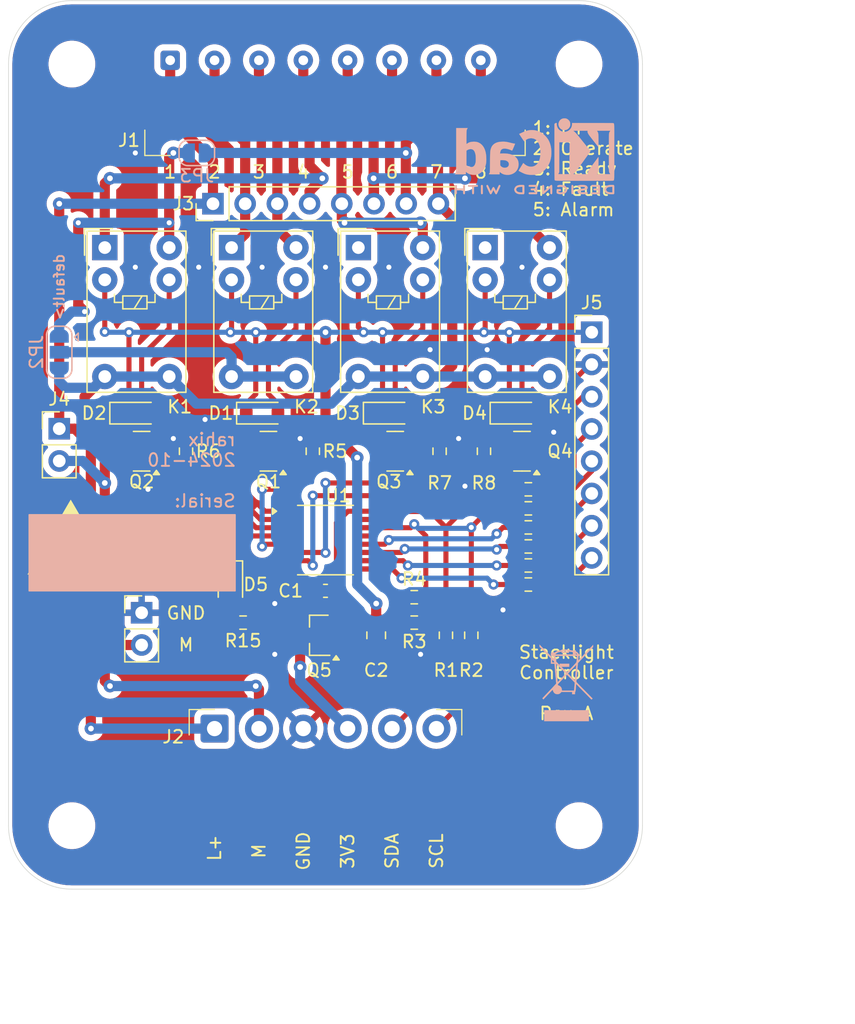
<source format=kicad_pcb>
(kicad_pcb (version 20240108) (generator "pcbnew") (generator_version "8.0")
  (layers (0 "F.Cu" signal) (31 "B.Cu" signal) (34 "B.Paste" user) (35 "F.Paste" user) (36 "B.SilkS" user "B.Silkscreen") (37 "F.SilkS" user "F.Silkscreen") (38 "B.Mask" user) (39 "F.Mask" user) (44 "Edge.Cuts" user))
  (net 0 "")
  (net 1 "+3.3V")
  (net 2 "GND")
  (net 3 "Net-(D1-A)")
  (net 4 "Net-(D2-A)")
  (net 5 "Net-(D3-A)")
  (net 6 "Net-(D4-A)")
  (net 7 "Stacklight Alarm")
  (net 8 "Stacklight \"Fault\"")
  (net 9 "Stacklight \"Ready\"")
  (net 10 "Stacklight Extra")
  (net 11 "Stacklight \"Operate\"")
  (net 12 "GND1")
  (net 13 "Net-(J2-Pin_5)")
  (net 14 "Net-(J2-Pin_6)")
  (net 15 "SCL")
  (net 18 "IO_MODE_READY")
  (net 19 "~{IO_FAULT}")
  (net 20 "IO_ALARM")
  (net 21 "IO_EXTRA")
  (net 22 "+24V")
  (net 23 "Stacklight Reserve 1")
  (net 24 "Net-(J2-Pin_4)")
  (net 25 "Net-(J5-Pin_4)")
  (net 26 "Net-(J5-Pin_5)")
  (net 27 "Net-(J5-Pin_8)")
  (net 28 "Net-(J5-Pin_7)")
  (net 29 "Net-(J5-Pin_6)")
  (net 30 "Net-(J5-Pin_3)")
  (net 31 "Net-(JP2-A)")
  (net 32 "Net-(JP2-C)")
  (net 33 "IO_UNUSED1")
  (net 34 "IO_UNUSED2")
  (net 35 "IO_UNUSED3")
  (net 36 "IO_UNUSED4")
  (net 38 "SDA")
  (net 39 "Net-(D5-A)")
  (footprint "MountingHole:MountingHole_3.2mm_M3" (layer "F.Cu") (at 130 70)
    (property "Reference" "H1" (hide yes))
    (property "Value" "MountingHole")
  )
  (footprint "0_Local_Library:Phoenix_PTSA_1,5_8-3,5-F" (layer "F.Cu") (at 137.75 69.7)
    (property "Reference" "J1")
    (property "Value" "Phoenix Contact PTSA 1,5/8-3,5-F")
  )
  (footprint "Resistor_SMD:R_0603_1608Metric_Pad0.98x0.95mm_HandSolder" (layer "F.Cu") (at 166 106.5)
    (property "Reference" "R11" (hide yes))
    (property "Value" "0")
  )
  (footprint "Connector_PinHeader_2.54mm:PinHeader_1x02_P2.54mm_Vertical" (layer "F.Cu") (at 129 98.725)
    (property "Reference" "J4")
    (property "Value" "Conn_01x02")
  )
  (footprint "Symbol:ESD-Logo_6.6x6mm_SilkScreen" (layer "F.Cu") (at 129.75 107.25)
    (property "Reference" "REF**" (hide yes))
    (property "Value" "ESD-Logo_6.6x6mm_SilkScreen" (hide yes))
  )
  (footprint "Resistor_SMD:R_0603_1608Metric_Pad0.98x0.95mm_HandSolder" (layer "F.Cu") (at 166 109.5)
    (property "Reference" "R13" (hide yes))
    (property "Value" "0")
  )
  (footprint "MountingHole:MountingHole_3.2mm_M3" (layer "F.Cu") (at 130 130)
    (property "Reference" "H3" (hide yes))
    (property "Value" "MountingHole")
  )
  (footprint "Package_TO_SOT_SMD:SOT-23_Handsoldering" (layer "F.Cu") (at 149.5 115 180)
    (property "Reference" "Q5")
    (property "Value" "DMP3098L-7")
  )
  (footprint "Relay_THT:Relay_SPDT_Omron_G5V-1" (layer "F.Cu") (at 162.5925 84.455)
    (property "Reference" "K4")
    (property "Value" "G5V-1")
  )
  (footprint "Package_TO_SOT_SMD:SOT-23" (layer "F.Cu") (at 155.5 100.5 180)
    (property "Reference" "Q3")
    (property "Value" "2N7002")
  )
  (footprint "Diode_SMD:D_SOD-323_HandSoldering" (layer "F.Cu") (at 135 97.5)
    (property "Reference" "D2")
    (property "Value" "1N4148WS")
  )
  (footprint "Package_TO_SOT_SMD:SOT-23" (layer "F.Cu") (at 165.5 100.5 180)
    (property "Reference" "Q4")
    (property "Value" "2N7002")
  )
  (footprint "Package_SO:TSSOP-16_4.4x5mm_P0.65mm" (layer "F.Cu") (at 150 107.5)
    (property "Reference" "U1")
    (property "Value" "PCA9554PW")
  )
  (footprint "Relay_THT:Relay_SPDT_Omron_G5V-1" (layer "F.Cu") (at 132.5925 84.455)
    (property "Reference" "K1")
    (property "Value" "G5V-1")
  )
  (footprint "LED_SMD:LED_0805_2012Metric_Pad1.15x1.40mm_HandSolder" (layer "F.Cu") (at 142.5 111 -90)
    (property "Reference" "D5")
    (property "Value" "Green")
  )
  (footprint "MountingHole:MountingHole_3.2mm_M3" (layer "F.Cu") (at 170 130)
    (property "Reference" "H4" (hide yes))
    (property "Value" "MountingHole")
  )
  (footprint "Resistor_SMD:R_0603_1608Metric_Pad0.98x0.95mm_HandSolder" (layer "F.Cu") (at 139 100.5 90)
    (property "Reference" "R6")
    (property "Value" "10k")
  )
  (footprint "Capacitor_SMD:C_0805_2012Metric_Pad1.18x1.45mm_HandSolder" (layer "F.Cu") (at 154 115 -90)
    (property "Reference" "C2")
    (property "Value" "1u")
  )
  (footprint "Resistor_SMD:R_0603_1608Metric_Pad0.98x0.95mm_HandSolder" (layer "F.Cu") (at 159.5 115 90)
    (property "Reference" "R1")
    (property "Value" "100")
  )
  (footprint "Capacitor_SMD:C_0603_1608Metric_Pad1.08x0.95mm_HandSolder" (layer "F.Cu") (at 150 111.5 180)
    (property "Reference" "C1")
    (property "Value" "100n")
  )
  (footprint "Connector_PinHeader_2.54mm:PinHeader_1x02_P2.54mm_Vertical" (layer "F.Cu") (at 135.5 113.225)
    (property "Reference" "JP1")
    (property "Value" "Jumper_2_Open")
  )
  (footprint "Package_TO_SOT_SMD:SOT-23" (layer "F.Cu") (at 135.5 100.5 180)
    (property "Reference" "Q2")
    (property "Value" "2N7002")
  )
  (footprint "0_Local_Library:WAGO_2091-1356" (layer "F.Cu") (at 141.25 122.35)
    (property "Reference" "J2")
    (property "Value" "WAGO 2091-1356")
  )
  (footprint "Diode_SMD:D_SOD-323_HandSoldering" (layer "F.Cu") (at 155 97.5)
    (property "Reference" "D3")
    (property "Value" "1N4148WS")
  )
  (footprint "Diode_SMD:D_SOD-323_HandSoldering" (layer "F.Cu") (at 145 97.5)
    (property "Reference" "D1")
    (property "Value" "1N4148WS")
  )
  (footprint "Resistor_SMD:R_0603_1608Metric_Pad0.98x0.95mm_HandSolder" (layer "F.Cu") (at 157 114)
    (property "Reference" "R3")
    (property "Value" "10k")
  )
  (footprint "Resistor_SMD:R_0603_1608Metric_Pad0.98x0.95mm_HandSolder" (layer "F.Cu") (at 166 111)
    (property "Reference" "R14" (hide yes))
    (property "Value" "0")
  )
  (footprint "Resistor_SMD:R_0603_1608Metric_Pad0.98x0.95mm_HandSolder" (layer "F.Cu") (at 157 112)
    (property "Reference" "R4")
    (property "Value" "10k")
  )
  (footprint "Relay_THT:Relay_SPDT_Omron_G5V-1" (layer "F.Cu") (at 142.5925 84.455)
    (property "Reference" "K2")
    (property "Value" "G5V-1")
  )
  (footprint "Resistor_SMD:R_0603_1608Metric_Pad0.98x0.95mm_HandSolder" (layer "F.Cu") (at 166 103.5)
    (property "Reference" "R9" (hide yes))
    (property "Value" "0")
  )
  (footprint "MountingHole:MountingHole_3.2mm_M3" (layer "F.Cu") (at 170 70)
    (property "Reference" "H2" (hide yes))
    (property "Value" "MountingHole")
  )
  (footprint "Connector_PinHeader_2.54mm:PinHeader_1x08_P2.54mm_Vertical" (layer "F.Cu") (at 171 91.125)
    (property "Reference" "J5")
    (property "Value" "Conn_01x08")
  )
  (footprint "Resistor_SMD:R_0603_1608Metric_Pad0.98x0.95mm_HandSolder" (layer "F.Cu") (at 161.5 115 90)
    (property "Reference" "R2")
    (property "Value" "100")
  )
  (footprint "Resistor_SMD:R_0603_1608Metric_Pad0.98x0.95mm_HandSolder" (layer "F.Cu") (at 159 100.5 90)
    (property "Reference" "R7")
    (property "Value" "10k")
  )
  (footprint "Diode_SMD:D_SOD-323_HandSoldering" (layer "F.Cu") (at 165 97.5)
    (property "Reference" "D4")
    (property "Value" "1N4148WS")
  )
  (footprint "Resistor_SMD:R_0603_1608Metric_Pad0.98x0.95mm_HandSolder" (layer "F.Cu") (at 149 100.5 90)
    (property "Reference" "R5")
    (property "Value" "10k")
  )
  (footprint "Resistor_SMD:R_0603_1608Metric_Pad0.98x0.95mm_HandSolder" (layer "F.Cu") (at 166 105)
    (property "Reference" "R10" (hide yes))
    (property "Value" "0")
  )
  (footprint "Connector_PinHeader_2.54mm:PinHeader_1x08_P2.54mm_Vertical" (layer "F.Cu") (at 141.125 81 90)
    (property "Reference" "J3")
    (property "Value" "Conn_01x08" (hide yes))
  )
  (footprint "Resistor_SMD:R_0603_1608Metric_Pad0.98x0.95mm_HandSolder" (layer "F.Cu") (at 143.5 114 180)
    (property "Reference" "R15")
    (property "Value" "1.5k")
  )
  (footprint "Resistor_SMD:R_0603_1608Metric_Pad0.98x0.95mm_HandSolder" (layer "F.Cu") (at 162.5 100.5 90)
    (property "Reference" "R8")
    (property "Value" "10k")
  )
  (footprint "Resistor_SMD:R_0603_1608Metric_Pad0.98x0.95mm_HandSolder" (layer "F.Cu") (at 166 108)
    (property "Reference" "R12" (hide yes))
    (property "Value" "0")
  )
  (footprint "Package_TO_SOT_SMD:SOT-23" (layer "F.Cu") (at 145.5 100.5 180)
    (property "Reference" "Q1")
    (property "Value" "2N7002")
  )
  (footprint "Relay_THT:Relay_SPDT_Omron_G5V-1" (layer "F.Cu") (at 152.5925 84.455)
    (property "Reference" "K3")
    (property "Value" "G5V-1")
  )
  (footprint "Jumper:SolderJumper-3_P1.3mm_Open_RoundedPad1.0x1.5mm" (layer "B.Cu") (at 129 92.7 -90)
    (property "Reference" "JP2")
    (property "Value" "SolderJumper_3_Bridged12")
  )
  (footprint "Symbol:WEEE-Logo_4.2x6mm_SilkScreen" (layer "B.Cu") (at 169 118.75 180)
    (property "Reference" "REF**" (hide yes))
    (property "Value" "WEEE-Logo_4.2x6mm_SilkScreen" (hide yes))
  )
  (footprint "Jumper:SolderJumper-2_P1.3mm_Open_RoundedPad1.0x1.5mm" (layer "B.Cu") (at 139.85 77)
    (property "Reference" "JP3")
    (property "Value" "SolderJumper_2_Open")
  )
  (footprint "Symbol:KiCad-Logo2_5mm_SilkScreen" (layer "B.Cu") (at 166.5 77.25 180)
    (property "Reference" "REF**" (hide yes))
    (property "Value" "KiCad-Logo2_5mm_SilkScreen" (hide yes))
  )
  (gr_rect (start 126.625 105.5) (end 142.875 111.5) (stroke (width 0.1)) (fill solid) (layer "B.SilkS"))
  (gr_arc (start 175 130) (mid 173.535534 133.535534) (end 170 135) (stroke (width 0.05)) (layer "Edge.Cuts"))
  (gr_line (start 130 135) (end 170 135) (stroke (width 0.05)) (layer "Edge.Cuts"))
  (gr_line (start 170 65) (end 130 65) (stroke (width 0.05)) (layer "Edge.Cuts"))
  (gr_arc (start 125 70) (mid 126.464466 66.464466) (end 130 65) (stroke (width 0.05)) (layer "Edge.Cuts"))
  (gr_arc (start 130 135) (mid 126.464466 133.535534) (end 125 130) (stroke (width 0.05)) (layer "Edge.Cuts"))
  (gr_line (start 175 130) (end 175 70) (stroke (width 0.05)) (layer "Edge.Cuts"))
  (gr_line (start 125 70) (end 125 130) (stroke (width 0.05)) (layer "Edge.Cuts"))
  (gr_arc (start 170 65) (mid 173.535534 66.464466) (end 175 70) (stroke (width 0.05)) (layer "Edge.Cuts"))
  (gr_text "default>" (at 129 90.25 90) (layer "B.SilkS") (effects (font (size 0.8 0.8)) (justify right mirror)))
  (gr_text "rahix\n2024-10\n\nSerial:" (at 143 105 0) (layer "B.SilkS") (effects (font (size 1 1)) (justify left bottom mirror)))
  (gr_text "4" (at 148.25 78.5 0) (layer "F.SilkS") (effects (font (size 1 1))))
  (gr_text "SDA" (at 155.25 132 90) (layer "F.SilkS") (effects (font (size 1 1))))
  (gr_text "8" (at 162.25 78.5 0) (layer "F.SilkS") (effects (font (size 1 1))))
  (gr_text "3" (at 144.75 78.5 0) (layer "F.SilkS") (effects (font (size 1 1))))
  (gr_text "GND" (at 148.25 132 90) (layer "F.SilkS") (effects (font (size 1 1))))
  (gr_text "M" (at 139 115.75 0) (layer "F.SilkS") (effects (font (size 1 1))))
  (gr_text "7" (at 158.75 78.5 0) (layer "F.SilkS") (effects (font (size 1 1))))
  (gr_text "Stacklight\nController\n\nRev A" (at 169 118.75 0) (layer "F.SilkS") (effects (font (size 1 1))))
  (gr_text "2" (at 141.25 78.5 0) (layer "F.SilkS") (effects (font (size 1 1))))
  (gr_text "6" (at 155.25 78.5 0) (layer "F.SilkS") (effects (font (size 1 1))))
  (gr_text "1" (at 137.75 78.5 0) (layer "F.SilkS") (effects (font (size 1 1))))
  (gr_text "M" (at 144.75 132 90) (layer "F.SilkS") (effects (font (size 1 1))))
  (gr_text "GND" (at 139 113.25 0) (layer "F.SilkS") (effects (font (size 1 1))))
  (gr_text "3V3" (at 151.75 132 90) (layer "F.SilkS") (effects (font (size 1 1))))
  (gr_text "1: L+\n2: Operate\n3: Ready\n4: Fault\n5: Alarm" (at 166.25 78.25 0) (layer "F.SilkS") (effects (font (size 1 1)) (justify left)))
  (gr_text "5" (at 151.75 78.5 0) (layer "F.SilkS") (effects (font (size 1 1))))
  (gr_text "L+" (at 141.25 131.75 90) (layer "F.SilkS") (effects (font (size 1 1))))
  (gr_text "SCL" (at 158.75 132 90) (layer "F.SilkS") (effects (font (size 1 1))))
  (segment (start 142.5925 91.0325) (end 142.5 91.125) (width 0.4) (layer "F.Cu") (net 1))
  (segment (start 152.5925 90.7175) (end 153 91.125) (width 0.4) (layer "F.Cu") (net 1))
  (segment (start 146.55 114.05) (end 146.5 114) (width 0.4) (layer "F.Cu") (net 1))
  (segment (start 150.8625 113.9125) (end 151 114.05) (width 0.4) (layer "F.Cu") (net 1))
  (segment (start 151.775 105.225) (end 150.8625 106.1375) (width 0.4) (layer "F.Cu") (net 1))
  (segment (start 152.95 114.05) (end 151 114.05) (width 0.8) (layer "F.Cu") (net 1))
  (segment (start 142.5925 86.995) (end 142.5925 91.0325) (width 0.4) (layer "F.Cu") (net 1))
  (segment (start 153.75 96.75) (end 154.5 96) (width 0.4) (layer "F.Cu") (net 1))
  (segment (start 163.75 96.75) (end 164.5 96) (width 0.4) (layer "F.Cu") (net 1))
  (segment (start 150 98.5) (end 150 91.125) (width 0.8) (layer "F.Cu") (net 1))
  (segment (start 143.75 97.5) (end 143.75 96.75) (width 0.4) (layer "F.Cu") (net 1))
  (segment (start 143.75 96.75) (end 144.5 96) (width 0.4) (layer "F.Cu") (net 1))
  (segment (start 154.0375 114) (end 154 113.9625) (width 0.4) (layer "F.Cu") (net 1))
  (segment (start 146.5 114) (end 144.4125 114) (width 0.4) (layer "F.Cu") (net 1))
  (segment (start 153.0375 113.9625) (end 152.95 114.05) (width 0.8) (layer "F.Cu") (net 1))
  (segment (start 150.8625 111.5) (end 150.8625 113.9125) (width 0.4) (layer "F.Cu") (net 1))
  (segment (start 134.5 91.125) (end 134.5 96) (width 0.4) (layer "F.Cu") (net 1))
  (segment (start 163.75 97.5) (end 163.75 96.75) (width 0.4) (layer "F.Cu") (net 1))
  (segment (start 154.5 96) (end 154.5 91.125) (width 0.4) (layer "F.Cu") (net 1))
  (segment (start 162.5925 86.995) (end 162.5925 91.0325) (width 0.4) (layer "F.Cu") (net 1))
  (segment (start 150.8625 106.1375) (end 150.8625 111.5) (width 0.4) (layer "F.Cu") (net 1))
  (segment (start 144.5 96) (end 144.5 91.125) (width 0.4) (layer "F.Cu") (net 1))
  (segment (start 152.5 101) (end 150 98.5) (width 0.8) (layer "F.Cu") (net 1))
  (segment (start 156.0875 112) (end 156.0875 114) (width 0.4) (layer "F.Cu") (net 1))
  (segment (start 152.5925 86.995) (end 152.5925 90.7175) (width 0.4) (layer "F.Cu") (net 1))
  (segment (start 133.75 96.75) (end 133.75 97.5) (width 0.4) (layer "F.Cu") (net 1))
  (segment (start 156.0875 114) (end 154.0375 114) (width 0.4) (layer "F.Cu") (net 1))
  (segment (start 153.9125 114.05) (end 154 113.9625) (width 0.4) (layer "F.Cu") (net 1))
  (segment (start 153.75 97.5) (end 153.75 96.75) (width 0.4) (layer "F.Cu") (net 1))
  (segment (start 164.5 96) (end 164.5 91.125) (width 0.4) (layer "F.Cu") (net 1))
  (segment (start 152.8625 105.225) (end 151.775 105.225) (width 0.4) (layer "F.Cu") (net 1))
  (segment (start 162.5925 91.0325) (end 162.5 91.125) (width 0.4) (layer "F.Cu") (net 1))
  (segment (start 154 113.9625) (end 153.0375 113.9625) (width 0.8) (layer "F.Cu") (net 1))
  (segment (start 134.5 96) (end 133.75 96.75) (width 0.4) (layer "F.Cu") (net 1))
  (segment (start 132.5925 91.0925) (end 132.5925 86.995) (width 0.4) (layer "F.Cu") (net 1))
  (segment (start 151 114.05) (end 146.55 114.05) (width 0.4) (layer "F.Cu") (net 1))
  (segment (start 154 113.9625) (end 154 112.5) (width 0.8) (layer "F.Cu") (net 1))
  (via (at 144.5 91.125) (size 0.8) (drill 0.4) (layers "F.Cu" "B.Cu") (net 1))
  (via (at 152.5 101) (size 1) (drill 0.45) (layers "F.Cu" "B.Cu") (net 1))
  (via (at 134.5 91.125) (size 0.8) (drill 0.4) (layers "F.Cu" "B.Cu") (net 1))
  (via (at 142.5 91.125) (size 0.8) (drill 0.4) (layers "F.Cu" "B.Cu") (net 1))
  (via (at 154 112.5) (size 1) (drill 0.45) (layers "F.Cu" "B.Cu") (net 1))
  (via (at 164.5 91.125) (size 0.8) (drill 0.4) (layers "F.Cu" "B.Cu") (net 1))
  (via (at 150 91.125) (size 1) (drill 0.45) (layers "F.Cu" "B.Cu") (net 1))
  (via (at 132.5925 91.0925) (size 0.8) (drill 0.4) (layers "F.Cu" "B.Cu") (net 1))
  (via (at 153 91.125) (size 0.8) (drill 0.4) (layers "F.Cu" "B.Cu") (net 1))
  (via (at 162.5 91.125) (size 0.8) (drill 0.4) (layers "F.Cu" "B.Cu") (net 1))
  (via (at 154.5 91.125) (size 0.8) (drill 0.4) (layers "F.Cu" "B.Cu") (net 1))
  (segment (start 134.5 91.125) (end 132.625 91.125) (width 0.4) (layer "B.Cu") (net 1))
  (segment (start 142.5 91.125) (end 144.5 91.125) (width 0.4) (layer "B.Cu") (net 1))
  (segment (start 164.5 91.125) (end 171 91.125) (width 0.4) (layer "B.Cu") (net 1))
  (segment (start 150 91.125) (end 153 91.125) (width 0.4) (layer "B.Cu") (net 1))
  (segment (start 152.5 111) (end 152.5 101) (width 0.8) (layer "B.Cu") (net 1))
  (segment (start 153 91.125) (end 154.5 91.125) (width 0.4) (layer "B.Cu") (net 1))
  (segment (start 134.5 91.125) (end 142.5 91.125) (width 0.4) (layer "B.Cu") (net 1))
  (segment (start 162.5 91.125) (end 164.5 91.125) (width 0.4) (layer "B.Cu") (net 1))
  (segment (start 132.625 91.125) (end 132.5925 91.0925) (width 0.4) (layer "B.Cu") (net 1))
  (segment (start 144.5 91.125) (end 150 91.125) (width 0.4) (layer "B.Cu") (net 1))
  (segment (start 154 112.5) (end 152.5 111) (width 0.8) (layer "B.Cu") (net 1))
  (segment (start 154.5 91.125) (end 162.5 91.125) (width 0.4) (layer "B.Cu") (net 1))
  (segment (start 144.525 106.525) (end 142.5 104.5) (width 0.4) (layer "F.Cu") (net 2))
  (segment (start 146.4375 99.55) (end 147.95 99.55) (width 0.4) (layer "F.Cu") (net 2))
  (segment (start 137.95 99.55) (end 138 99.5) (width 0.4) (layer "F.Cu") (net 2))
  (segment (start 148.0875 99.5875) (end 148 99.5) (width 0.4) (layer "F.Cu") (net 2))
  (segment (start 145.725 109.775) (end 145.5 110) (width 0.4) (layer "F.Cu") (net 2))
  (segment (start 168 99) (end 168 97) (width 0.4) (layer "F.Cu") (net 2))
  (segment (start 149 99.5875) (end 148.0875 99.5875) (width 0.4) (layer "F.Cu") (net 2))
  (segment (start 153.9125 115.95) (end 154 116.0375) (width 0.4) (layer "F.Cu") (net 2))
  (segment (start 147.1375 105.225) (end 145.225 105.225) (width 0.4) (layer "F.Cu") (net 2))
  (segment (start 136.4375 99.55) (end 137.95 99.55) (width 0.4) (layer "F.Cu") (net 2))
  (segment (start 170.835 93.665) (end 171 93.665) (width 0.4) (layer "F.Cu") (net 2))
  (segment (start 147.1375 106.525) (end 144.525 106.525) (width 0.4) (layer "F.Cu") (net 2))
  (segment (start 147.1375 109.775) (end 145.725 109.775) (width 0.4) (layer "F.Cu") (net 2))
  (segment (start 168 97) (end 169.5 95.5) (width 0.4) (layer "F.Cu") (net 2))
  (segment (start 151 119.6) (end 151 115.95) (width 0.4) (layer "F.Cu") (net 2))
  (segment (start 147.1375 105.875) (end 144.875 105.875) (width 0.4) (layer "F.Cu") (net 2))
  (segment (start 146 111.5) (end 149.1375 111.5) (width 0.4) (layer "F.Cu") (net 2))
  (segment (start 168 99) (end 167.45 99.55) (width 0.4) (layer "F.Cu") (net 2))
  (segment (start 160.5 99.5) (end 160.45 99.55) (width 0.4) (layer "F.Cu") (net 2))
  (segment (start 167.45 99.55) (end 166.4375 99.55) (width 0.4) (layer "F.Cu") (net 2))
  (segment (start 148.25 122.35) (end 151 119.6) (width 0.4) (layer "F.Cu") (net 2))
  (segment (start 145.225 105.225) (end 143.5 103.5) (width 0.4) (layer "F.Cu") (net 2))
  (segment (start 147.95 99.55) (end 148 99.5) (width 0.4) (layer "F.Cu") (net 2))
  (segment (start 169.5 95.5) (end 169.5 95) (width 0.4) (layer "F.Cu") (net 2))
  (segment (start 151 115.95) (end 153.9125 115.95) (width 0.4) (layer "F.Cu") (net 2))
  (segment (start 144.875 105.875) (end 143 104) (width 0.4) (layer "F.Cu") (net 2))
  (segment (start 145.5 111) (end 146 111.5) (width 0.4) (layer "F.Cu") (net 2))
  (segment (start 145.5 110) (end 145.5 111) (width 0.4) (layer "F.Cu") (net 2))
  (segment (start 169.5 95) (end 170.835 93.665) (width 0.4) (layer "F.Cu") (net 2))
  (via (at 138 99.5) (size 0.8) (drill 0.4) (layers "F.Cu" "B.Cu") (net 2))
  (via (at 146 112.5) (size 0.8) (drill 0.4) (layers "F.Cu" "B.Cu") (net 2))
  (via (at 135 86) (size 0.8) (drill 0.4) (layers "F.Cu" "B.Cu") (net 2))
  (via (at 158.25 92.5) (size 0.8) (drill 0.4) (layers "F.Cu" "B.Cu") (net 2))
  (via (at 150 86) (size 0.8) (drill 0.4) (layers "F.Cu" "B.Cu") (net 2))
  (via (at 168 99) (size 0.8) (drill 0.4) (layers "F.Cu" "B.Cu") (net 2))
  (via (at 140 86) (size 0.8) (drill 0.4) (layers "F.Cu" "B.Cu") (net 2))
  (via (at 146 116.5) (size 0.8) (drill 0.4) (layers "F.Cu" "B.Cu") (net 2))
  (via (at 160.5 99.5) (size 0.8) (drill 0.4) (layers "F.Cu" "B.Cu") (net 2))
  (via (at 162.75 92.5) (size 0.8) (drill 0.4) (layers "F.Cu" "B.Cu") (net 2))
  (via (at 136 103.5) (size 0.8) (drill 0.4) (layers "F.Cu" "B.Cu") (net 2))
  (via (at 165.5 86) (size 0.8) (drill 0.4) (layers "F.Cu" "B.Cu") (net 2))
  (via (at 145 86) (size 0.8) (drill 0.4) (layers "F.Cu" "B.Cu") (net 2))
  (via (at 148 99.5) (size 0.8) (drill 0.4) (layers "F.Cu" "B.Cu") (net 2))
  (via (at 140.5 98) (size 0.8) (drill 0.4) (layers "F.Cu" "B.Cu") (net 2))
  (via (at 164 113) (size 0.8) (drill 0.4) (layers "F.Cu" "B.Cu") (net 2))
  (via (at 157.5 116.5) (size 0.8) (drill 0.4) (layers "F.Cu" "B.Cu") (net 2))
  (via (at 155 86) (size 0.8) (drill 0.4) (layers "F.Cu" "B.Cu") (net 2))
  (via (at 135 77) (size 0.8) (drill 0.4) (layers "F.Cu" "B.Cu") (net 2))
  (via (at 161 103.25) (size 0.8) (drill 0.4) (layers "F.Cu" "B.Cu") (net 2))
  (segment (start 138 99.5) (end 148 99.5) (width 0.4) (layer "B.Cu") (net 2))
  (segment (start 148 99.5) (end 160.5 99.5) (width 0.4) (layer "B.Cu") (net 2))
  (segment (start 167.5 99.5) (end 168 99) (width 0.4) (layer "B.Cu") (net 2))
  (segment (start 163.5 99.5) (end 167.5 99.5) (width 0.4) (layer "B.Cu") (net 2))
  (segment (start 160.5 99.5) (end 163.5 99.5) (width 0.4) (layer "B.Cu") (net 2))
  (segment (start 146 98.5) (end 146.25 98.25) (width 0.4) (layer "F.Cu") (net 3))
  (segment (start 145.5 98.5) (end 146 98.5) (width 0.4) (layer "F.Cu") (net 3))
  (segment (start 146.25 96.75) (end 146.25 97.5) (width 0.4) (layer "F.Cu") (net 3))
  (segment (start 147.6725 90.8275) (end 145.5 93) (width 0.4) (layer "F.Cu") (net 3))
  (segment (start 145.5 96) (end 146.25 96.75) (width 0.4) (layer "F.Cu") (net 3))
  (segment (start 145.5 93) (end 145.5 96) (width 0.4) (layer "F.Cu") (net 3))
  (segment (start 144.5625 99.4375) (end 145.5 98.5) (width 0.4) (layer "F.Cu") (net 3))
  (segment (start 147.6725 86.995) (end 147.6725 90.8275) (width 0.4) (layer "F.Cu") (net 3))
  (segment (start 146.25 98.25) (end 146.25 97.5) (width 0.4) (layer "F.Cu") (net 3))
  (segment (start 144.5625 100.5) (end 144.5625 99.4375) (width 0.4) (layer "F.Cu") (net 3))
  (segment (start 134.5625 99.4375) (end 135.5 98.5) (width 0.4) (layer "F.Cu") (net 4))
  (segment (start 135.5 93) (end 135.5 96) (width 0.4) (layer "F.Cu") (net 4))
  (segment (start 135.5 98.5) (end 136 98.5) (width 0.4) (layer "F.Cu") (net 4))
  (segment (start 134.5625 100.5) (end 134.5625 99.4375) (width 0.4) (layer "F.Cu") (net 4))
  (segment (start 136.25 98.25) (end 136.25 97.5) (width 0.4) (layer "F.Cu") (net 4))
  (segment (start 137.6725 86.995) (end 137.6725 90.8275) (width 0.4) (layer "F.Cu") (net 4))
  (segment (start 136.25 96.75) (end 136.25 97.5) (width 0.4) (layer "F.Cu") (net 4))
  (segment (start 135.5 96) (end 136.25 96.75) (width 0.4) (layer "F.Cu") (net 4))
  (segment (start 136 98.5) (end 136.25 98.25) (width 0.4) (layer "F.Cu") (net 4))
  (segment (start 137.6725 90.8275) (end 135.5 93) (width 0.4) (layer "F.Cu") (net 4))
  (segment (start 157.6725 90.8275) (end 155.5 93) (width 0.4) (layer "F.Cu") (net 5))
  (segment (start 156.25 96.75) (end 156.25 97.5) (width 0.4) (layer "F.Cu") (net 5))
  (segment (start 155.5 98.5) (end 156 98.5) (width 0.4) (layer "F.Cu") (net 5))
  (segment (start 154.5625 100.5) (end 154.5625 99.4375) (width 0.4) (layer "F.Cu") (net 5))
  (segment (start 155.5 93) (end 155.5 96) (width 0.4) (layer "F.Cu") (net 5))
  (segment (start 154.5625 99.4375) (end 155.5 98.5) (width 0.4) (layer "F.Cu") (net 5))
  (segment (start 156 98.5) (end 156.25 98.25) (width 0.4) (layer "F.Cu") (net 5))
  (segment (start 156.25 98.25) (end 156.25 97.5) (width 0.4) (layer "F.Cu") (net 5))
  (segment (start 155.5 96) (end 156.25 96.75) (width 0.4) (layer "F.Cu") (net 5))
  (segment (start 157.6725 86.995) (end 157.6725 90.8275) (width 0.4) (layer "F.Cu") (net 5))
  (segment (start 166.21875 98.25) (end 166.21875 97.5) (width 0.4) (layer "F.Cu") (net 6))
  (segment (start 164.53125 100.5) (end 164.53125 99.4375) (width 0.4) (layer "F.Cu") (net 6))
  (segment (start 166.25 96.75) (end 166.25 97.5) (width 0.4) (layer "F.Cu") (net 6))
  (segment (start 167.6725 90.8275) (end 165.5 93) (width 0.4) (layer "F.Cu") (net 6))
  (segment (start 165.96875 98.5) (end 166.21875 98.25) (width 0.4) (layer "F.Cu") (net 6))
  (segment (start 165.46875 98.5) (end 165.96875 98.5) (width 0.4) (layer "F.Cu") (net 6))
  (segment (start 167.6725 86.995) (end 167.6725 90.8275) (width 0.4) (layer "F.Cu") (net 6))
  (segment (start 164.53125 99.4375) (end 165.46875 98.5) (width 0.4) (layer "F.Cu") (net 6))
  (segment (start 165.5 96) (end 166.25 96.75) (width 0.4) (layer "F.Cu") (net 6))
  (segment (start 165.5 93) (end 165.5 96) (width 0.4) (layer "F.Cu") (net 6))
  (segment (start 151.285 81) (end 151.285 82.285) (width 0.8) (layer "F.Cu") (net 7))
  (segment (start 151.75 73.25) (end 151.255 73.745) (width 0.8) (layer "F.Cu") (net 7))
  (segment (start 157.6725 84.455) (end 157.6725 82.6725) (width 0.8) (layer "F.Cu") (net 7))
  (segment (start 157.6725 82.6725) (end 157.5 82.5) (width 0.8) (layer "F.Cu") (net 7))
  (segment (start 151.255 73.745) (end 151.255 81) (width 0.8) (layer "F.Cu") (net 7))
  (segment (start 151.285 82.285) (end 151.5 82.5) (width 0.8) (layer "F.Cu") (net 7))
  (segment (start 151.75 69.7) (end 151.75 73.25) (width 0.8) (layer "F.Cu") (net 7))
  (via (at 151.5 82.5) (size 1) (drill 0.45) (layers "F.Cu" "B.Cu") (net 7))
  (via (at 157.5 82.5) (size 1) (drill 0.45) (layers "F.Cu" "B.Cu") (net 7))
  (segment (start 151.5 82.5) (end 157.5 82.5) (width 0.8) (layer "B.Cu") (net 7))
  (segment (start 148.25 73.25) (end 148.25 69.7) (width 0.8) (layer "F.Cu") (net 8))
  (segment (start 148.745 81) (end 148.745 80.005) (width 0.8) (layer "F.Cu") (net 8))
  (segment (start 132.5925 79.4075) (end 133 79) (width 0.8) (layer "F.Cu") (net 8))
  (segment (start 148.745 80.005) (end 149.75 79) (width 0.8) (layer "F.Cu") (net 8))
  (segment (start 132.5925 84.455) (end 132.5925 79.4075) (width 0.8) (layer "F.Cu") (net 8))
  (segment (start 148.745 73.745) (end 148.25 73.25) (width 0.8) (layer "F.Cu") (net 8))
  (segment (start 148.745 77.995) (end 148.745 73.745) (width 0.8) (layer "F.Cu") (net 8))
  (segment (start 149.75 79) (end 148.745 77.995) (width 0.8) (layer "F.Cu") (net 8))
  (via (at 149.75 79) (size 1) (drill 0.45) (layers "F.Cu" "B.Cu") (net 8))
  (via (at 133 79) (size 1) (drill 0.45) (layers "F.Cu" "B.Cu") (net 8))
  (segment (start 149.75 79) (end 133 79) (width 0.8) (layer "B.Cu") (net 8))
  (segment (start 146.205 81) (end 146.205 82.9875) (width 0.8) (layer "F.Cu") (net 9))
  (segment (start 146.205 82.9875) (end 147.6725 84.455) (width 0.8) (layer "F.Cu") (net 9))
  (segment (start 146.205 75) (end 146.205 81) (width 0.8) (layer "F.Cu") (net 9))
  (segment (start 144.75 73.545) (end 146.205 75) (width 0.8) (layer "F.Cu") (net 9))
  (segment (start 144.75 69.7) (end 144.75 73.545) (width 0.8) (layer "F.Cu") (net 9))
  (segment (start 153.795 79) (end 153.795 81) (width 0.8) (layer "F.Cu") (net 10))
  (segment (start 153.825 79.03) (end 153.795 79) (width 0.8) (layer "F.Cu") (net 10))
  (segment (start 155.25 73.545) (end 153.795 75) (width 0.8) (layer "F.Cu") (net 10))
  (segment (start 153.795 75) (end 153.795 79) (width 0.8) (layer "F.Cu") (net 10))
  (segment (start 161 79) (end 162.2175 79) (width 0.8) (layer "F.Cu") (net 10))
  (segment (start 162.2175 79) (end 167.6725 84.455) (width 0.8) (layer "F.Cu") (net 10))
  (segment (start 155.25 69.7) (end 155.25 73.545) (width 0.8) (layer "F.Cu") (net 10))
  (segment (start 153.825 81) (end 153.825 79.03) (width 0.8) (layer "F.Cu") (net 10))
  (via (at 161 79) (size 1) (drill 0.45) (layers "F.Cu" "B.Cu") (net 10))
  (via (at 153.795 79) (size 1) (drill 0.45) (layers "F.Cu" "B.Cu") (net 10))
  (segment (start 153.795 79) (end 161 79) (width 0.8) (layer "B.Cu") (net 10))
  (segment (start 141.25 73.75) (end 143.665 76.165) (width 0.8) (layer "F.Cu") (net 11))
  (segment (start 143.665 83.3825) (end 142.5925 84.455) (width 0.8) (layer "F.Cu") (net 11))
  (segment (start 143.665 76.165) (end 143.665 81) (width 0.8) (layer "F.Cu") (net 11))
  (segment (start 141.25 69.7) (end 141.25 73.75) (width 0.8) (layer "F.Cu") (net 11))
  (segment (start 143.665 81) (end 143.665 83.3825) (width 0.8) (layer "F.Cu") (net 11))
  (segment (start 132.8275 115.765) (end 132.5925 116) (width 0.8) (layer "F.Cu") (net 12))
  (segment (start 132.5925 118.5925) (end 133 119) (width 0.8) (layer "F.Cu") (net 12))
  (segment (start 132.5925 103) (end 132.5925 116) (width 0.8) (layer "F.Cu") (net 12))
  (segment (start 160 93.75) (end 159.135 94.615) (width 0.8) (layer "F.Cu") (net 12))
  (segment (start 162.25 74.25) (end 161.5 75) (width 0.8) (layer "F.Cu") (net 12))
  (segment (start 132.5925 99.5925) (end 131 98) (width 0.8) (layer "F.Cu") (net 12))
  (segment (start 160 82.095) (end 160 93.75) (width 0.8) (layer "F.Cu") (net 12))
  (segment (start 131 96.2075) (end 132.5925 94.615) (width 0.8) (layer "F.Cu") (net 12))
  (segment (start 144.75 122.35) (end 144.75 119.25) (width 0.8) (layer "F.Cu") (net 12))
  (segment (start 144.75 119.25) (end 144.5 119) (width 0.8) (layer "F.Cu") (net 12))
  (segment (start 162.25 69.7) (end 162.25 74.25) (width 0.8) (layer "F.Cu") (net 12))
  (segment (start 132.5925 116) (end 132.5925 118.5925) (width 0.8) (layer "F.Cu") (net 12))
  (segment (start 131 98) (end 131 96.2075) (width 0.8) (layer "F.Cu") (net 12))
  (segment (start 135.5 115.765) (end 132.8275 115.765) (width 0.8) (layer "F.Cu") (net 12))
  (segment (start 132.5925 103) (end 132.5925 99.5925) (width 0.8) (layer "F.Cu") (net 12))
  (segment (start 158.875 77.625) (end 158.875 81) (width 0.8) (layer "F.Cu") (net 12))
  (segment (start 161.5 75) (end 158.875 77.625) (width 0.8) (layer "F.Cu") (net 12))
  (segment (start 158.905 81) (end 160 82.095) (width 0.8) (layer "F.Cu") (net 12))
  (segment (start 159.135 94.615) (end 157.6725 94.615) (width 0.8) (layer "F.Cu") (net 12))
  (via (at 133 119) (size 1) (drill 0.45) (layers "F.Cu" "B.Cu") (net 12))
  (via (at 144.5 119) (size 1) (drill 0.45) (layers "F.Cu" "B.Cu") (net 12))
  (via (at 132.5925 103) (size 1) (drill 0.45) (layers "F.Cu" "B.Cu") (net 12))
  (segment (start 129.5 95.5) (end 131.7075 95.5) (width 0.8) (layer "B.Cu") (net 12))
  (segment (start 137.6725 94.615) (end 139.8075 96.75) (width 0.8) (layer "B.Cu") (net 12))
  (segment (start 139.8075 96.75) (end 150.4575 96.75) (width 0.8) (layer "B.Cu") (net 12))
  (segment (start 157.6725 94.615) (end 162.5925 94.615) (width 0.8) (layer "B.Cu") (net 12))
  (segment (start 132.5925 103) (end 130.8575 101.265) (width 0.8) (layer "B.Cu") (net 12))
  (segment (start 129 95) (end 129.5 95.5) (width 0.8) (layer "B.Cu") (net 12))
  (segment (start 152.5925 94.615) (end 157.6725 94.615) (width 0.8) (layer "B.Cu") (net 12))
  (segment (start 144.5 119) (end 133 119) (width 0.8) (layer "B.Cu") (net 12))
  (segment (start 131.7075 95.5) (end 132.5925 94.615) (width 0.8) (layer "B.Cu") (net 12))
  (segment (start 129 94) (end 129 95) (width 0.8) (layer "B.Cu") (net 12))
  (segment (start 130.8575 101.265) (end 129 101.265) (width 0.8) (layer "B.Cu") (net 12))
  (segment (start 162.5925 94.615) (end 167.6725 94.615) (width 0.8) (layer "B.Cu") (net 12))
  (segment (start 132.5925 94.615) (end 137.6725 94.615) (width 0.8) (layer "B.Cu") (net 12))
  (segment (start 150.4575 96.75) (end 152.5925 94.615) (width 0.8) (layer "B.Cu") (net 12))
  (segment (start 159.5 118.1) (end 155.25 122.35) (width 0.4) (layer "F.Cu") (net 13))
  (segment (start 159.5 115.9125) (end 159.5 118.1) (width 0.4) (layer "F.Cu") (net 13))
  (segment (start 158.75 122.35) (end 161.5 119.6) (width 0.4) (layer "F.Cu") (net 14))
  (segment (start 161.5 119.6) (end 161.5 115.9125) (width 0.4) (layer "F.Cu") (net 14))
  (segment (start 156.725 106.525) (end 152.8625 106.525) (width 0.4) (layer "F.Cu") (net 15))
  (segment (start 161.5 106.5) (end 161.5 114.0875) (width 0.4) (layer "F.Cu") (net 15))
  (segment (start 163 105) (end 161.5 106.5) (width 0.4) (layer "F.Cu") (net 15))
  (segment (start 157 106.25) (end 157.9125 107.1625) (width 0.4) (layer "F.Cu") (net 15))
  (segment (start 157.9125 107.1625) (end 157.9125 112) (width 0.4) (layer "F.Cu") (net 15))
  (segment (start 165.0875 105) (end 163 105) (width 0.4) (layer "F.Cu") (net 15))
  (segment (start 157 106.25) (end 156.725 106.525) (width 0.4) (layer "F.Cu") (net 15))
  (via (at 157 106.25) (size 0.8) (drill 0.4) (layers "F.Cu" "B.Cu") (net 15))
  (via (at 161.5 106.5) (size 0.8) (drill 0.4) (layers "F.Cu" "B.Cu") (net 15))
  (segment (start 157.325 106.575) (end 161.425 106.575) (width 0.4) (layer "B.Cu") (net 15))
  (segment (start 161.425 106.575) (end 161.5 106.5) (width 0.4) (layer "B.Cu") (net 15))
  (segment (start 157 106.25) (end 157.325 106.575) (width 0.4) (layer "B.Cu") (net 15))
  (segment (start 149 101.4125) (end 147.9875 101.4125) (width 0.4) (layer "F.Cu") (net 18))
  (segment (start 147.9875 101.4125) (end 147.95 101.45) (width 0.4) (layer "F.Cu") (net 18))
  (segment (start 145.175 107.825) (end 145 108) (width 0.4) (layer "F.Cu") (net 18))
  (segment (start 147.1375 107.825) (end 145.175 107.825) (width 0.4) (layer "F.Cu") (net 18))
  (segment (start 146.4375 101.45) (end 147.95 101.45) (width 0.4) (layer "F.Cu") (net 18))
  (segment (start 147.95 102.05) (end 146.5 103.5) (width 0.4) (layer "F.Cu") (net 18))
  (segment (start 146.5 103.5) (end 145 103.5) (width 0.4) (layer "F.Cu") (net 18))
  (segment (start 147.95 101.45) (end 147.95 102.05) (width 0.4) (layer "F.Cu") (net 18))
  (via (at 145 103.5) (size 0.8) (drill 0.4) (layers "F.Cu" "B.Cu") (net 18))
  (via (at 145 108) (size 0.8) (drill 0.4) (layers "F.Cu" "B.Cu") (net 18))
  (segment (start 145 108) (end 145 103.5) (width 0.4) (layer "B.Cu") (net 18))
  (segment (start 140.675 107.175) (end 139 105.5) (width 0.4) (layer "F.Cu") (net 19))
  (segment (start 139 105.5) (end 139 101.4125) (width 0.4) (layer "F.Cu") (net 19))
  (segment (start 138.80625 101.4125) (end 137.79375 101.4125) (width 0.4) (layer "F.Cu") (net 19))
  (segment (start 136.24375 101.45) (end 137.75625 101.45) (width 0.4) (layer "F.Cu") (net 19))
  (segment (start 137.79375 101.4125) (end 137.75625 101.45) (width 0.4) (layer "F.Cu") (net 19))
  (segment (start 147.1375 107.175) (end 140.675 107.175) (width 0.4) (layer "F.Cu") (net 19))
  (segment (start 158.80625 101.4125) (end 157.79375 101.4125) (width 0.4) (layer "F.Cu") (net 20))
  (segment (start 150 103) (end 157 103) (width 0.4) (layer "F.Cu") (net 20))
  (segment (start 149.975 108.475) (end 150 108.5) (width 0.4) (layer "F.Cu") (net 20))
  (segment (start 156.24375 101.45) (end 157.75625 101.45) (width 0.4) (layer "F.Cu") (net 20))
  (segment (start 157.79375 101.4125) (end 157.75625 101.45) (width 0.4) (layer "F.Cu") (net 20))
  (segment (start 147.1375 108.475) (end 149.975 108.475) (width 0.4) (layer "F.Cu") (net 20))
  (segment (start 157.79375 101.4125) (end 157.79375 102.20625) (width 0.4) (layer "F.Cu") (net 20))
  (segment (start 157.79375 102.20625) (end 157 103) (width 0.4) (layer "F.Cu") (net 20))
  (via (at 150 108.5) (size 0.8) (drill 0.4) (layers "F.Cu" "B.Cu") (net 20))
  (via (at 150 103) (size 0.8) (drill 0.4) (layers "F.Cu" "B.Cu") (net 20))
  (segment (start 150 108.5) (end 150 103) (width 0.4) (layer "B.Cu") (net 20))
  (segment (start 148.625 109.125) (end 149 109.5) (width 0.4) (layer "F.Cu") (net 21))
  (segment (start 149 104) (end 158.5 104) (width 0.4) (layer "F.Cu") (net 21))
  (segment (start 166.4375 101.45) (end 164.55 101.45) (width 0.4) (layer "F.Cu") (net 21))
  (segment (start 158.5 104) (end 161.0875 101.4125) (width 0.4) (layer "F.Cu") (net 21))
  (segment (start 162.5 101.4125) (end 164.5125 101.4125) (width 0.4) (layer "F.Cu") (net 21))
  (segment (start 161.0875 101.4125) (end 162.5 101.4125) (width 0.4) (layer "F.Cu") (net 21))
  (segment (start 147.1375 109.125) (end 148.625 109.125) (width 0.4) (layer "F.Cu") (net 21))
  (segment (start 164.5125 101.4125) (end 164.55 101.45) (width 0.4) (layer "F.Cu") (net 21))
  (via (at 149 109.5) (size 0.8) (drill 0.4) (layers "F.Cu" "B.Cu") (net 21))
  (via (at 149 104) (size 0.8) (drill 0.4) (layers "F.Cu" "B.Cu") (net 21))
  (segment (start 149 109.5) (end 149 104) (width 0.4) (layer "B.Cu") (net 21))
  (segment (start 129 98.725) (end 130.225 98.725) (width 0.8) (layer "F.Cu") (net 22))
  (segment (start 130.225 98.725) (end 131.4925 99.9925) (width 0.8) (layer "F.Cu") (net 22))
  (segment (start 137.75 74.25) (end 141.125 77.625) (width 0.8) (layer "F.Cu") (net 22))
  (segment (start 137.75 69.7) (end 137.75 74.25) (width 0.8) (layer "F.Cu") (net 22))
  (segment (start 131.4925 99.9925) (end 131.4925 122.3425) (width 0.8) (layer "F.Cu") (net 22))
  (segment (start 131.4925 122.3425) (end 131.5 122.35) (width 0.8) (layer "F.Cu") (net 22))
  (segment (start 129 98.725) (end 129 81) (width 0.8) (layer "F.Cu") (net 22))
  (segment (start 141.125 77.625) (end 141.125 81) (width 0.8) (layer "F.Cu") (net 22))
  (via (at 129 81) (size 1) (drill 0.45) (layers "F.Cu" "B.Cu") (net 22))
  (via (at 131.5 122.35) (size 1) (drill 0.45) (layers "F.Cu" "B.Cu") (net 22))
  (segment (start 131.5 122.35) (end 141.25 122.35) (width 0.8) (layer "B.Cu") (net 22))
  (segment (start 129 81) (end 141.125 81) (width 0.8) (layer "B.Cu") (net 22))
  (segment (start 158.75 73.75) (end 156.335 76.165) (width 0.8) (layer "F.Cu") (net 23))
  (segment (start 158.75 69.7) (end 158.75 73.75) (width 0.8) (layer "F.Cu") (net 23))
  (segment (start 156.335 77) (end 156.335 81) (width 0.8) (layer "F.Cu") (net 23))
  (segment (start 156.335 76.165) (end 156.335 77) (width 0.8) (layer "F.Cu") (net 23))
  (via (at 156.335 77) (size 1) (drill 0.45) (layers "F.Cu" "B.Cu") (net 23))
  (segment (start 140.5 77) (end 156.335 77) (width 0.8) (layer "B.Cu") (net 23))
  (segment (start 148 117.5) (end 148 115) (width 0.8) (layer "F.Cu") (net 24))
  (via (at 148 117.5) (size 1) (drill 0.45) (layers "F.Cu" "B.Cu") (net 24))
  (segment (start 151.75 122.35) (end 148 118.6) (width 0.8) (layer "B.Cu") (net 24))
  (segment (start 148 118.6) (end 148 117.5) (width 0.8) (layer "B.Cu") (net 24))
  (segment (start 169.6 102.4) (end 167 105) (width 0.4) (layer "F.Cu") (net 25))
  (segment (start 169.6 100.145) (end 169.6 102.4) (width 0.4) (layer "F.Cu") (net 25))
  (segment (start 171 98.745) (end 169.6 100.145) (width 0.4) (layer "F.Cu") (net 25))
  (segment (start 167 105) (end 166.9125 105) (width 0.4) (layer "F.Cu") (net 25))
  (segment (start 168.5 106) (end 168 106.5) (width 0.4) (layer "F.Cu") (net 26))
  (segment (start 168.5 104.557233) (end 168.5 106) (width 0.4) (layer "F.Cu") (net 26))
  (segment (start 171 102.057233) (end 168.5 104.557233) (width 0.4) (layer "F.Cu") (net 26))
  (segment (start 171 101.285) (end 171 102.057233) (width 0.4) (layer "F.Cu") (net 26))
  (segment (start 168 106.5) (end 166.9125 106.5) (width 0.4) (layer "F.Cu") (net 26))
  (segment (start 171 108.905) (end 168.905 111) (width 0.4) (layer "F.Cu") (net 27))
  (segment (start 168.905 111) (end 166.9125 111) (width 0.4) (layer "F.Cu") (net 27))
  (segment (start 167.865 109.5) (end 166.9125 109.5) (width 0.4) (layer "F.Cu") (net 28))
  (segment (start 171 106.365) (end 167.865 109.5) (width 0.4) (layer "F.Cu") (net 28))
  (segment (start 169.5 106.5) (end 168 108) (width 0.4) (layer "F.Cu") (net 29))
  (segment (start 171 103.825) (end 169.5 105.325) (width 0.4) (layer "F.Cu") (net 29))
  (segment (start 169.5 105.325) (end 169.5 106.5) (width 0.4) (layer "F.Cu") (net 29))
  (segment (start 168 108) (end 166.9125 108) (width 0.4) (layer "F.Cu") (net 29))
  (segment (start 168.5 102.563972) (end 167.563972 103.5) (width 0.4) (layer "F.Cu") (net 30))
  (segment (start 168.5 100.131371) (end 168.5 102.563972) (width 0.4) (layer "F.Cu") (net 30))
  (segment (start 170.295 96.205) (end 169 97.5) (width 0.4) (layer "F.Cu") (net 30))
  (segment (start 169 97.5) (end 169 99.631371) (width 0.4) (layer "F.Cu") (net 30))
  (segment (start 167.563972 103.5) (end 166.9125 103.5) (width 0.4) (layer "F.Cu") (net 30))
  (segment (start 169 99.631371) (end 168.5 100.131371) (width 0.4) (layer "F.Cu") (net 30))
  (segment (start 171 96.205) (end 170.295 96.205) (width 0.4) (layer "F.Cu") (net 30))
  (segment (start 130.5 89) (end 131 89.5) (width 0.8) (layer "F.Cu") (net 31))
  (segment (start 137.6725 82.5) (end 137.6725 77.3275) (width 0.8) (layer "F.Cu") (net 31))
  (segment (start 137.6725 77.3275) (end 138 77) (width 0.8) (layer "F.Cu") (net 31))
  (segment (start 130.5 82.5) (end 130.5 89) (width 0.8) (layer "F.Cu") (net 31))
  (segment (start 137.6725 84.455) (end 137.6725 82.5) (width 0.8) (layer "F.Cu") (net 31))
  (via (at 138 77) (size 1) (drill 0.45) (layers "F.Cu" "B.Cu") (net 31))
  (via (at 131 89.5) (size 0.8) (drill 0.4) (layers "F.Cu" "B.Cu") (net 31))
  (via (at 130.5 82.5) (size 0.8) (drill 0.4) (layers "F.Cu" "B.Cu") (net 31))
  (via (at 137.6725 82.5) (size 0.8) (drill 0.4) (layers "F.Cu" "B.Cu") (net 31))
  (segment (start 129 90.5) (end 129 91.4) (width 0.8) (layer "B.Cu") (net 31))
  (segment (start 138 77) (end 139.2 77) (width 0.8) (layer "B.Cu") (net 31))
  (segment (start 130 89.5) (end 129 90.5) (width 0.8) (layer "B.Cu") (net 31))
  (segment (start 131 89.5) (end 130 89.5) (width 0.8) (layer "B.Cu") (net 31))
  (segment (start 130.5 82.5) (end 137.6725 82.5) (width 0.8) (layer "B.Cu") (net 31))
  (segment (start 129 92.7) (end 142.2 92.7) (width 0.8) (layer "B.Cu") (net 32))
  (segment (start 142.5925 93.0925) (end 142.5925 94.615) (width 0.8) (layer "B.Cu") (net 32))
  (segment (start 142.5925 94.615) (end 147.6725 94.615) (width 0.8) (layer "B.Cu") (net 32))
  (segment (start 142.2 92.7) (end 142.5925 93.0925) (width 0.8) (layer "B.Cu") (net 32))
  (segment (start 156 110.5) (end 155.275 109.775) (width 0.4) (layer "F.Cu") (net 33))
  (segment (start 155.275 109.775) (end 152.8625 109.775) (width 0.4) (layer "F.Cu") (net 33))
  (segment (start 163.25 111) (end 165.0875 111) (width 0.4) (layer "F.Cu") (net 33))
  (via (at 163.25 111) (size 0.8) (drill 0.4) (layers "F.Cu" "B.Cu") (net 33))
  (via (at 156 110.5) (size 0.8) (drill 0.4) (layers "F.Cu" "B.Cu") (net 33))
  (segment (start 156 110.5) (end 162.75 110.5) (width 0.4) (layer "B.Cu") (net 33))
  (segment (start 162.75 110.5) (end 163.25 111) (width 0.4) (layer "B.Cu") (net 33))
  (segment (start 156.5 109.5) (end 156.125 109.125) (width 0.4) (layer "F.Cu") (net 34))
  (segment (start 163.5 109.5) (end 165.0875 109.5) (width 0.4) (layer "F.Cu") (net 34))
  (segment (start 156.125 109.125) (end 152.8625 109.125) (width 0.4) (layer "F.Cu") (net 34))
  (via (at 163.5 109.5) (size 0.8) (drill 0.4) (layers "F.Cu" "B.Cu") (net 34))
  (via (at 156.5 109.5) (size 0.8) (drill 0.4) (layers "F.Cu" "B.Cu") (net 34))
  (segment (start 156.5 109.5) (end 163.5 109.5) (width 0.4) (layer "B.Cu") (net 34))
  (segment (start 156.25 108.2) (end 155.975 108.475) (width 0.4) (layer "F.Cu") (net 35))
  (segment (start 155.975 108.475) (end 152.8625 108.475) (width 0.4) (layer "F.Cu") (net 35))
  (segment (start 163.5 108.25) (end 163.75 108) (width 0.4) (layer "F.Cu") (net 35))
  (segment (start 163.75 108) (end 165.0875 108) (width 0.4) (layer "F.Cu") (net 35))
  (via (at 156.25 108.2) (size 0.8) (drill 0.4) (layers "F.Cu" "B.Cu") (net 35))
  (via (at 163.5 108.25) (size 0.8) (drill 0.4) (layers "F.Cu" "B.Cu") (net 35))
  (segment (start 163.5 108.25) (end 163.45 108.2) (width 0.4) (layer "B.Cu") (net 35))
  (segment (start 163.45 108.2) (end 156.25 108.2) (width 0.4) (layer "B.Cu") (net 35))
  (segment (start 164 106.5) (end 165.0875 106.5) (width 0.4) (layer "F.Cu") (net 36))
  (segment (start 155 107.5) (end 154.675 107.825) (width 0.4) (layer "F.Cu") (net 36))
  (segment (start 154.675 107.825) (end 152.8625 107.825) (width 0.4) (layer "F.Cu") (net 36))
  (segment (start 163.5 107) (end 164 106.5) (width 0.4) (layer "F.Cu") (net 36))
  (via (at 163.5 107) (size 0.8) (drill 0.4) (layers "F.Cu" "B.Cu") (net 36))
  (via (at 155 107.5) (size 0.8) (drill 0.4) (layers "F.Cu" "B.Cu") (net 36))
  (segment (start 163.1 107.4) (end 155.1 107.4) (width 0.4) (layer "B.Cu") (net 36))
  (segment (start 155.1 107.4) (end 155 107.5) (width 0.4) (layer "B.Cu") (net 36))
  (segment (start 163.5 107) (end 163.1 107.4) (width 0.4) (layer "B.Cu") (net 36))
  (segment (start 162.5 103.5) (end 159.5 106.5) (width 0.4) (layer "F.Cu") (net 38))
  (segment (start 159.5 114.0875) (end 158.8375 114.0875) (width 0.4) (layer "F.Cu") (net 38))
  (segment (start 158.25 105.25) (end 159.5 106.5) (width 0.4) (layer "F.Cu") (net 38))
  (segment (start 158.75 114) (end 157.9125 114) (width 0.4) (layer "F.Cu") (net 38))
  (segment (start 152.8625 105.875) (end 154.875 105.875) (width 0.4) (layer "F.Cu") (net 38))
  (segment (start 154.875 105.875) (end 155.5 105.25) (width 0.4) (layer "F.Cu") (net 38))
  (segment (start 159.5 114.0875) (end 159.5 106.5) (width 0.4) (layer "F.Cu") (net 38))
  (segment (start 165.0875 103.5) (end 162.5 103.5) (width 0.4) (layer "F.Cu") (net 38))
  (segment (start 158.8375 114.0875) (end 158.75 114) (width 0.4) (layer "F.Cu") (net 38))
  (segment (start 155.5 105.25) (end 158.25 105.25) (width 0.4) (layer "F.Cu") (net 38))
  (segment (start 142.5875 113.0875) (end 142.5 113) (width 0.4) (layer "F.Cu") (net 39))
  (segment (start 142.5 112.025) (end 142.5 113) (width 0.4) (layer "F.Cu") (net 39))
  (segment (start 142.5875 114) (end 142.5875 113.0875) (width 0.4) (layer "F.Cu") (net 39))
  (zone (net 0) (net_name "") (layer "F.Cu") (connect_pads (clearance 0)) (min_thickness 0.25)
    (keepout (tracks allowed) (vias allowed) (pads allowed) (copperpour not_allowed) (footprints allowed))
    (fill (thermal_gap 0.5) (thermal_bridge_width 0.5))
    (polygon (pts (xy 148.5 107) (xy 148.5 104.5) (xy 145 104.5) (xy 142.5 107)))
  )
  (zone (net 2) (net_name "GND") (layer "F.Cu") (connect_pads (clearance 0.5)) (min_thickness 0.25) (fill yes (thermal_gap 0.5) (thermal_bridge_width 0.5))
    (polygon (pts (xy 125 65) (xy 175 65) (xy 175 135) (xy 125 135)))
  )
  (zone (net 2) (net_name "GND") (layer "B.Cu") (priority 1) (connect_pads (clearance 0.5)) (min_thickness 0.25) (fill yes (thermal_gap 0.5) (thermal_bridge_width 0.5))
    (polygon (pts (xy 125 65) (xy 175 65) (xy 175 135) (xy 125 135)))
  )
)
</source>
